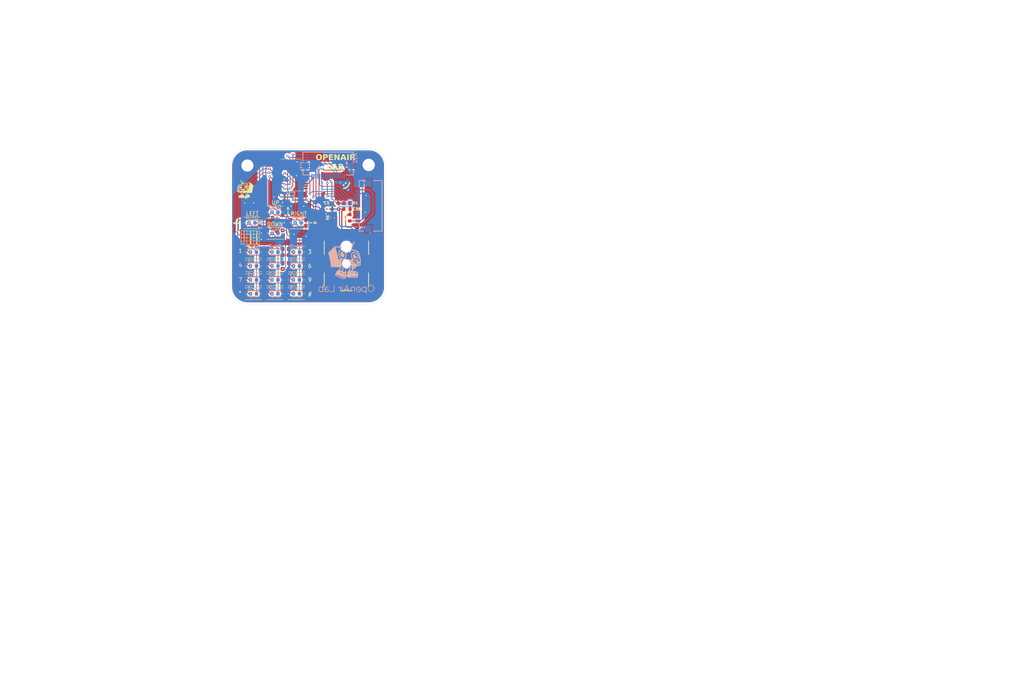
<source format=kicad_pcb>
(kicad_pcb
	(version 20241229)
	(generator "pcbnew")
	(generator_version "9.0")
	(general
		(thickness 2.676)
		(legacy_teardrops no)
	)
	(paper "A4")
	(layers
		(0 "F.Cu" signal)
		(2 "B.Cu" signal)
		(9 "F.Adhes" user "F.Adhesive")
		(11 "B.Adhes" user "B.Adhesive")
		(13 "F.Paste" user)
		(15 "B.Paste" user)
		(5 "F.SilkS" user "F.Silkscreen")
		(7 "B.SilkS" user "B.Silkscreen")
		(1 "F.Mask" user)
		(3 "B.Mask" user)
		(17 "Dwgs.User" user "User.Drawings")
		(19 "Cmts.User" user "User.Comments")
		(21 "Eco1.User" user "User.Eco1")
		(23 "Eco2.User" user "User.Eco2")
		(25 "Edge.Cuts" user)
		(27 "Margin" user)
		(31 "F.CrtYd" user "F.Courtyard")
		(29 "B.CrtYd" user "B.Courtyard")
		(35 "F.Fab" user "Mechanical 12")
		(33 "B.Fab" user "Top Assembly")
		(39 "User.1" user "Top 3D Body")
		(41 "User.2" user "Top Designator")
		(43 "User.3" user "Route Tool Path")
		(45 "User.4" user "Board")
		(47 "User.5" user "Mechanical 5")
		(49 "User.6" user "Bottom Courtyard")
		(51 "User.7" user "Mechanical 7")
		(53 "User.8" user "Bottom 3D Body")
		(55 "User.9" user "Mechanical 9")
		(57 "User.10" user "Bottom Assembly")
		(59 "User.11" user "Mechanical 11")
		(61 "User.12" user "Mechanical 14")
		(63 "User.13" user "Top Courtyard")
		(65 "User.14" user "Mechanical 16")
	)
	(setup
		(stackup
			(layer "F.SilkS"
				(type "Top Silk Screen")
				(material "Liquid Photo")
			)
			(layer "F.Paste"
				(type "Top Solder Paste")
			)
			(layer "F.Mask"
				(type "Top Solder Mask")
				(color "Purple")
				(thickness 0.0254)
				(material "SMOBC")
				(epsilon_r 3.3)
				(loss_tangent 0)
			)
			(layer "F.Cu"
				(type "copper")
				(thickness 0.0356)
			)
			(layer "dielectric 1"
				(type "core")
				(thickness 2.554)
				(material "FR4")
				(epsilon_r 4.5)
				(loss_tangent 0.02)
			)
			(layer "B.Cu"
				(type "copper")
				(thickness 0.0356)
			)
			(layer "B.Mask"
				(type "Bottom Solder Mask")
				(color "Purple")
				(thickness 0.0254)
				(material "SMOBC")
				(epsilon_r 3.3)
				(loss_tangent 0)
			)
			(layer "B.Paste"
				(type "Bottom Solder Paste")
			)
			(layer "B.SilkS"
				(type "Bottom Silk Screen")
				(material "Liquid Photo")
			)
			(copper_finish "ENIG")
			(dielectric_constraints no)
		)
		(pad_to_mask_clearance 0)
		(allow_soldermask_bridges_in_footprints no)
		(tenting front back)
		(aux_axis_origin 127.20111 115.16359)
		(grid_origin 127.20111 115.16359)
		(pcbplotparams
			(layerselection 0x00000000_00000000_55555555_5755f5ff)
			(plot_on_all_layers_selection 0x00000000_00000000_00000000_00000000)
			(disableapertmacros no)
			(usegerberextensions no)
			(usegerberattributes yes)
			(usegerberadvancedattributes yes)
			(creategerberjobfile yes)
			(dashed_line_dash_ratio 12.000000)
			(dashed_line_gap_ratio 3.000000)
			(svgprecision 4)
			(plotframeref no)
			(mode 1)
			(useauxorigin no)
			(hpglpennumber 1)
			(hpglpenspeed 20)
			(hpglpendiameter 15.000000)
			(pdf_front_fp_property_popups yes)
			(pdf_back_fp_property_popups yes)
			(pdf_metadata yes)
			(pdf_single_document no)
			(dxfpolygonmode yes)
			(dxfimperialunits yes)
			(dxfusepcbnewfont yes)
			(psnegative no)
			(psa4output no)
			(plot_black_and_white yes)
			(sketchpadsonfab no)
			(plotpadnumbers no)
			(hidednponfab no)
			(sketchdnponfab yes)
			(crossoutdnponfab yes)
			(subtractmaskfromsilk no)
			(outputformat 1)
			(mirror no)
			(drillshape 1)
			(scaleselection 1)
			(outputdirectory "")
		)
	)
	(net 0 "")
	(net 1 "GND")
	(net 2 "+3.3V")
	(net 3 "/Human-Machine Interface/Keypad/COL1")
	(net 4 "/Human-Machine Interface/Keypad/COL2")
	(net 5 "/Human-Machine Interface/Keypad/COL3")
	(net 6 "/Human-Machine Interface/Keypad/COL4")
	(net 7 "/Human-Machine Interface/~{PCF_INT}")
	(net 8 "/Human-Machine Interface/Keypad/ROW4")
	(net 9 "unconnected-(IC2-P0-Pad4)")
	(net 10 "unconnected-(IC2-P3-Pad7)")
	(net 11 "/Human-Machine Interface/Keypad/ROW3")
	(net 12 "/Human-Machine Interface/Keypad/ROW2")
	(net 13 "/Human-Machine Interface/ENC_DT")
	(net 14 "/Human-Machine Interface/Keypad/ROW1")
	(net 15 "/Human-Machine Interface/ENC_CLK")
	(net 16 "/Human-Machine Interface/ENC_SW")
	(net 17 "unconnected-(IC2-P4-Pad8)")
	(net 18 "/SCL")
	(net 19 "/SDA")
	(net 20 "/SCK")
	(net 21 "/TFTDC")
	(net 22 "unconnected-(X11-Pad17)")
	(net 23 "unconnected-(X11-Pad12)")
	(net 24 "unconnected-(X11-Pad15)")
	(net 25 "unconnected-(X11-Pad18)")
	(net 26 "/MOSI")
	(net 27 "/TFTRST")
	(net 28 "unconnected-(X11-Pad11)")
	(net 29 "/LITE")
	(net 30 "/TFTCS")
	(net 31 "/MISO")
	(net 32 "/CARDCS")
	(net 33 "unconnected-(X11-Pad16)")
	(net 34 "unconnected-(X12-Pad16)")
	(net 35 "unconnected-(X12-Pad12)")
	(net 36 "unconnected-(X12-Pad14)")
	(net 37 "/Human-Machine Interface/LITE")
	(net 38 "unconnected-(X12-Pad18)")
	(net 39 "unconnected-(X12-Pad13)")
	(net 40 "unconnected-(X12-Pad15)")
	(net 41 "unconnected-(X12-Pad17)")
	(net 42 "unconnected-(X12-Pad11)")
	(net 43 "Net-(D1:1-A)")
	(net 44 "Net-(D1:2-A)")
	(net 45 "Net-(D1:3-A)")
	(net 46 "Net-(D1:4-A)")
	(net 47 "Net-(D2:1-A)")
	(net 48 "Net-(D2:2-A)")
	(net 49 "Net-(D2:3-A)")
	(net 50 "Net-(D2:4-A)")
	(net 51 "Net-(D3:1-A)")
	(net 52 "Net-(D3:2-A)")
	(net 53 "Net-(D3:3-A)")
	(net 54 "Net-(D3:4-A)")
	(net 55 "Net-(D4:1-A)")
	(net 56 "Net-(D4:2-A)")
	(net 57 "Net-(D4:3-A)")
	(net 58 "Net-(D4:4-A)")
	(net 59 "Net-(C5-Pad1)")
	(net 60 "Net-(C98-Pad1)")
	(net 61 "/Human-Machine Interface/TFTRST")
	(net 62 "/Human-Machine Interface/TFTDC")
	(footprint "Button_Switch_SMD:SW_Push_1P1T_NO_CK_KMR2" (layer "F.Cu") (at 86.404255 75.597904 180))
	(footprint "Button_Switch_SMD:SW_Push_1P1T_NO_CK_KMR2" (layer "F.Cu") (at 80.73647 91.524232))
	(footprint "MountingHole:MountingHole_3.2mm_M3_ISO14580_Pad" (layer "F.Cu") (at 111.105303 57.583739 90))
	(footprint "LOGO" (layer "F.Cu") (at 78.239896 64.725612))
	(footprint "Button_Switch_SMD:SW_Push_1P1T_NO_CK_KMR2" (layer "F.Cu") (at 92.022791 91.507581))
	(footprint "Package_SO:SSOP-24_5.3x8.2mm_P0.65mm" (layer "F.Cu") (at 90.599996 60.2 180))
	(footprint "Button_Switch_SMD:SW_Push_1P1T_NO_CK_KMR2" (layer "F.Cu") (at 80.316153 72.845138 180))
	(footprint "Resistor_SMD:R_0603_1608Metric" (layer "F.Cu") (at 101.523821 71.490269 90))
	(footprint "Capacitor_SMD:C_0603_1608Metric" (layer "F.Cu") (at 105.373033 67.62799 180))
	(footprint "Button_Switch_SMD:SW_Push_1P1T_NO_CK_KMR2" (layer "F.Cu") (at 92.067104 84.208634))
	(footprint "capstone-project:PEC11J9215FS0015" (layer "F.Cu") (at 105.224996 83.6 180))
	(footprint "Button_Switch_SMD:SW_Push_1P1T_NO_CK_KMR2" (layer "F.Cu") (at 86.404255 70.009904 180))
	(footprint "Button_Switch_SMD:SW_Push_1P1T_NO_CK_KMR2" (layer "F.Cu") (at 86.393246 91.528887))
	(footprint "Resistor_SMD:R_0603_1608Metric" (layer "F.Cu") (at 102.295451 69.2))
	(footprint "Button_Switch_SMD:SW_Push_1P1T_NO_CK_KMR2" (layer "F.Cu") (at 80.727246 80.527465))
	(footprint "MountingHole:MountingHole_3.2mm_M3_ISO14580_Pad" (layer "F.Cu") (at 111.103888 57.547626))
	(footprint "Button_Switch_SMD:SW_Push_1P1T_NO_CK_KMR2" (layer "F.Cu") (at 92.052716 87.867949))
	(footprint "Button_Switch_SMD:SW_Push_1P1T_NO_CK_KMR2" (layer "F.Cu") (at 86.399996 84.2))
	(footprint "Button_Switch_SMD:SW_Push_1P1T_NO_CK_KMR2" (layer "F.Cu") (at 92.067354 80.533582))
	(footprint "Button_Switch_SMD:SW_Push_1P1T_NO_CK_KMR2" (layer "F.Cu") (at 80.728172 84.199618))
	(footprint "Capacitor_SMD:C_0603_1608Metric" (layer "F.Cu") (at 102.292091 67.62799))
	(footprint "Button_Switch_SMD:SW_Push_1P1T_NO_CK_KMR2" (layer "F.Cu") (at 86.400246 80.524948))
	(footprint "MountingHole:MountingHole_3.2mm_M3_ISO14580_Pad" (layer "F.Cu") (at 79.126807 57.714729 90))
	(footprint "Resistor_SMD:R_0603_1608Metric" (layer "F.Cu") (at 106.095821 71.490269 90))
	(footprint "Button_Switch_SMD:SW_Push_1P1T_NO_CK_KMR2" (layer "F.Cu") (at 86.396038 87.867372))
	(footprint "Button_Switch_SMD:SW_Push_1P1T_NO_CK_KMR2" (layer "F.Cu") (at 92.508153 72.845138 180))
	(footprint "Button_Switch_SMD:SW_Push_1P1T_NO_CK_KMR2" (layer "F.Cu") (at 80.737794 87.864404))
	(footprint "Resistor_SMD:R_0603_1608Metric" (layer "F.Cu") (at 105.374996 69.2))
	(footprint "capstone-project:Adafruit EYESPI FPC Connector" (layer "B.Cu") (at 111.599996 68.35 -90))
	(footprint "Diode_SMD:D_0603_1608Metric" (layer "B.Cu") (at 92.067354 80.533582 180))
	(footprint "Diode_SMD:D_0603_1608Metric" (layer "B.Cu") (at 92.052716 87.867949 180))
	(footprint "Diode_SMD:D_0603_1608Metric" (layer "B.Cu") (at 86.396038 87.867372 180))
	(footprint "capstone-project:Adafruit EYESPI FPC Connector"
		(layer "B.Cu")
		(uuid "71716c82-f118-4b52-a256-39b17423bddf")
		(at 100.399996 57.2)
		(descr "WR-FPC SMT ZIF Horizontal Hinge Type")
		(tags "EYESPI, FPC")
		(property "Reference" "X11"
			(at -17.974787 15.972904 90)
			(layer "B.SilkS")
			(uuid "221666ba-333b-42f6-913f-738c70abd32f")
			(effects
				(font
					(size 1 1)
					(thickness 0.15)
				)
				(justify mirror)
			)
		)
		(property "Value" "EYESPI"
			(at -15.47 -1.215 0)
			(layer "B.Fab")
			(uuid "0b68e2ad-5eef-468c-a7ed-414f5b13a5a6")
			(effects
				(font
					(size 1 1)
					(thickness 0.15)
				)
				(justify mirror)
			)
		)
		(property "Datasheet" "https://www.we-online.com/components/products/datasheet/687118149022.pdf"
			(at 0 0 0)
			(layer "B.Fab")
			(hide yes)
			(uuid "531d3d37-6b4b-444e-b4de-0b84fc4f4e4f")
			(effects
				(font
					(size 1.27 1.27)
					(thickness 0.15)
				)
				(justify mirror)
			)
		)
		(property "Description" "WR-FPC SMT ZIF Horizontal Hinge Type"
			(at 0 0 0)
			(layer "B.Fab")
			(hide yes)
			(uuid "5351a3e5-dd5f-4530-8694-78f25db4c72a")
			(effects
				(font
					(size 1.27 1.27)
					(thickness 0.15)
				)
				(justify mirror)
			)
		)
		(path "/a00eb083-8a86-4f1f-b1d9-479b885ab78f")
		(sheetname "/")
		(sheetfile "system-testbed.kicad_sch")
		(attr smd allow_missing_courtyard allow_soldermask_bridges)
		(fp_line
			(start -6.65 -3)
			(end 6.65 -3)
			(stroke
				(width 0.2)
				(type solid)
			)
			(layer "B.SilkS")
			(uuid "194d46a3-c054-411d-a811-93a5b75d8c59")
		)
		(fp_line
			(start -6.65 -0.7)
			(end -6.65 -3)
			(stroke
				(width 0.2)
				(type solid)
			)
			(layer "B.SilkS")
			(uuid "49493d23-f5cd-4f5f-a994-dd023e57d2a8")
		)
		(fp_line
			(start -6.65 3)
			(end -6.65 1.85)
			(stroke
				(width 0.2)
				(type solid)
			)
			(layer "B.SilkS")
			(uuid "15381a08-8911-4a48-8a42-929afe1ba8a4")
		)
		(fp_line
			(start -4.75 3)
			(end -6.65 3)
			(stroke
				(width 0.2)
				(type solid)
			)
			(layer "B.SilkS")
			(uuid "6b7538ec-bed9-4d3f-b3c0-23b8d3ebfbed")
		)
		(fp_line
			(start 4.75 3)
			(end 6.65 3)
			(stroke
				(width 0.2)
				(type solid)
			)
			(layer "B.SilkS")
			(uuid "5f7a3903-1743-4854-9f53-e4e28d95793a")
		)
		(fp_line
			(start 6.65 -3)
			(end 6.65 -0.7)
			(stroke
				(width 0.2)
				(type solid)
			)
			(layer "B.SilkS")
			(uuid "b16e8ee5-6902-4779-9b47-7892c55e1958")
		)
		(fp_line
			(start 6.65 3)
			(end 6.65 1.85)
			(stroke
				(width 0.2)
				(type solid)
			)
			(layer "B.SilkS")
			(uuid "5d2c6bc1-89cc-455a-beed-8e6de792afe4")
		)
		(fp_circle
			(center -4.85 2.4)
			(end -4.75 2.4)
			(stroke
				(width 0.2)
				(type solid)
			)
			(fill no)
			(layer "B.SilkS")
			(uuid "459310fb-cf8e-4de3-857d-b4fd7e267094")
		)
		(fp_poly
			(pts
				(xy -4.6 4.2) (xy 4.6 4.2) (xy 4.6 3.2) (xy 6.85 3.2) (xy 6.85 1.7) (xy 7.25 1.7) (xy 7.25 -0.5)
				(xy 6.85 -0.5) (xy 6.85 -3.2) (xy -6.85 -3.2) (xy -6.85 -0.5) (xy -7.25 -0.5) (xy -7.25 1.7) (xy -6.85 1.7)
				(xy -6.85 3.2) (xy -4.6 3.2)
			)
			(stroke
				(width 0.1)
				(type solid)
			)
			(fill yes)
			(layer "B.CrtYd")
			(uuid "8ee637f1-234e-4f67-a0df-9300d28a9b2c")
		)
		(fp_line
			(start -6.55 -2.9)
			(end -6.55 -1.6)
			(stroke
				(width 0.1)
				(type solid)
			)
			(layer "B.Fab")
			(uuid "277c8a2d-f784-4ddd-bf98-bac07efe7e94")
		)
		(fp_line
			(start -6.55 -1.6)
			(end -6.55 2.9)
			(stroke
				(width 0.1)
				(type solid)
			)
			(layer "B.Fab")
			(uuid "78f7833c-69f7-4f04-a7ce-7d610dcd336d")
		)
		(fp_line
			(start -6.55 -1.6)
			(end 6.55 -1.6)
			(stroke
				(width 0.1)
				(type solid)
			)
			(layer "B.Fab")
			(uuid "cac83f94-0577-482b-8c58-64d037e34e39")
		)
		(fp_line
			(start -6.55 2.9)
			(end 6.55 2.9)
			(stroke
				(width 0.1)
				(type solid)
			)
			(layer "B.Fab")
			(uuid "4d271052-efcb-4fec-81e3-e32f71fb8767")
		)
		(fp_line
			(start 6.55 -2.9)
			(end -6.55 -2.9)
			(stroke
				(width 0.1)
				(type solid)
			)
			(layer "B.Fab")
			(uuid "5ba007ad-e778-4f4f-8df0-91ff7e9e322c")
		)
		(fp_line
			(start 6.55 -1.6)
			(end 6.55 -2.9)
			(stroke
				(width 0.1)
				(type solid)
			)
			(layer "B.Fab")
			(uuid "ac1e2e7f-5e43-4e4b-a020-ed117526b514")
		)
		(fp_line
			(start 6.55 2.9)
			(end 6.55 -1.6)
			(stroke
				(width 0.1)
				(type solid)
			)
			(layer "B.Fab")
			(uuid "81994041-b9e5-4b6d-a1cf-829f87d8cb91")
		)
		(pad "1" smd rect
			(at -4.25 3.35)
			(size 0.3 1.3)
			(layers "B.Cu" "B.Mask" "B.Paste")
			(net 2 "+3.3V")
			(pintype "passive")
			(solder_mask_margin 0.102)
			(uuid "f7757066-266d-4b6c-869a-37e9adb9836f")
		)
		(pad "2" smd rect
			(at -3.75 3.35)
			(size 0.3 1.3)
			(layers "B.Cu" "B.Mask" "B.Paste")
			(net 29 "/LITE")
			(pintype "passive")
			(solder_mask_margin 0.102)
			(uuid "9d42f39e-6a37-4a18-8331-65b8f7c35b5f")
		)
		(pad "3" smd rect
			(at -3.25 3.35)
			(size 0.3 1.3)
			(layers "B.Cu" "B.Mask" "B.Paste")
			(net 1 "GND")
			(pintype "passive")
			(solder_mask_margin 0.102)
			(uuid "88036549-31ad-44a0-8b2d-37debc602d14")
		)
		(pad "4" smd rect
			(at -2.75 3.35)
			(size 0.3 1.3)
			(layers "B.Cu" "B.Mask" "B.Paste")
			(net 20 "/SCK")
			(pintype "passive")
			(solder_mask_margin 0.102)
			(uuid "46685442-9474-49dc-97bd-be918f1735ee")
		)
		(pad "5" smd rect
			(at -2.25 3.35)
			(size 0.3 1.3)
			(layers "B.Cu" "B.Mask" "B.Paste")
			(net 26 "/MOSI")
			(pintype "passive")
			(solder_mask_margin 0.102)
			(uuid "8a00bdfb-4690-4362-9c26-eaaec41a7673")
		)
		(pad "6" smd rect
			(at -1.75 3.35)
			(size 0.3 1.3)
			(layers "B.Cu" "B.Mask" "B.Paste")
			(net 31 "/MISO")
			(pintype "passive")
			(solder_mask_margin 0.102)
			(uuid "bd623c78-6f5c-40b6-a6e0-17cadd24151d")
		)
		(
... [490881 chars truncated]
</source>
